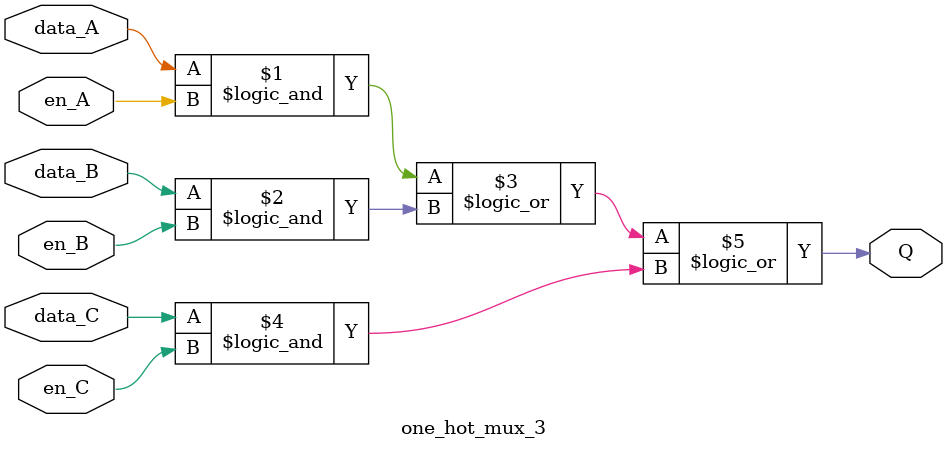
<source format=v>
`timescale 1ns / 1ps
/*
one_hot_mux_3.v

A special MUX which uses one-hot select signals instead of an "encoded" binary
value. It is specially coded to map into a single 6-LUT. This is based on the 
FPGA I am currently using (an ultrascale+); it would probably be necessary to
tailor-make this to fit the FPGA architecture you're using.

It would be tricky, but I think I could make the width a parameter somehow.

Anyway, an important property here is that Q is guaranteed to be zero when nothing
is selected. That lets you use an OR-reduction tree to combine the output of
several of these multiplexers (instead of needing multiplexers). Again: I'm
being aggressive about keeping combo paths short.
*/


module one_hot_mux_3(
	input wire data_A,
	input wire en_A,
	input wire data_B,
	input wire en_B,
	input wire data_C,
	input wire en_C,
	
	output wire Q
);

	assign Q = 
		(data_A && en_A) ||
		(data_B && en_B) ||
		(data_C && en_C);

endmodule

</source>
